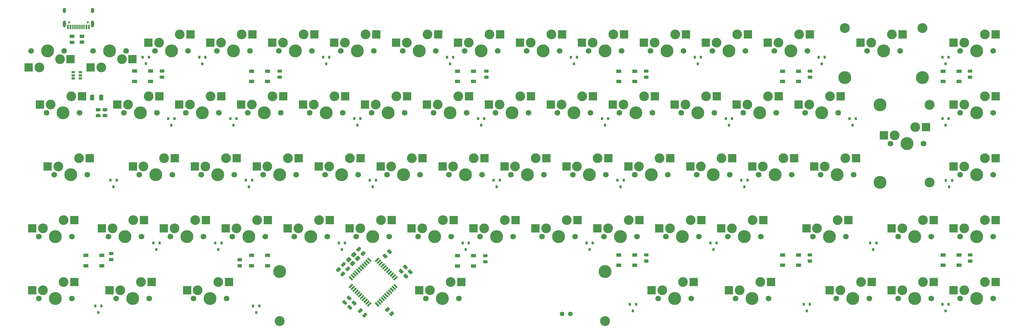
<source format=gbs>
%TF.GenerationSoftware,KiCad,Pcbnew,(5.1.6)-1*%
%TF.CreationDate,2021-08-22T23:35:52+02:00*%
%TF.ProjectId,67_E,36375f45-2e6b-4696-9361-645f70636258,rev?*%
%TF.SameCoordinates,Original*%
%TF.FileFunction,Soldermask,Bot*%
%TF.FilePolarity,Negative*%
%FSLAX46Y46*%
G04 Gerber Fmt 4.6, Leading zero omitted, Abs format (unit mm)*
G04 Created by KiCad (PCBNEW (5.1.6)-1) date 2021-08-22 23:35:52*
%MOMM*%
%LPD*%
G01*
G04 APERTURE LIST*
%ADD10C,1.400000*%
%ADD11R,2.550000X2.500000*%
%ADD12C,1.750000*%
%ADD13C,3.000000*%
%ADD14C,3.987800*%
%ADD15R,1.500000X1.000000*%
%ADD16C,3.048000*%
%ADD17R,0.800000X0.900000*%
%ADD18C,0.100000*%
%ADD19R,0.600000X1.450000*%
%ADD20R,0.300000X1.450000*%
%ADD21O,1.000000X2.100000*%
%ADD22C,0.650000*%
%ADD23O,1.000000X1.600000*%
%ADD24R,1.060000X0.650000*%
G04 APERTURE END LIST*
D10*
X228244400Y-169024300D03*
X225704400Y-169024300D03*
D11*
X80454500Y-121119900D03*
X67527500Y-123659900D03*
D12*
X79692500Y-126199900D03*
X69532500Y-126199900D03*
D13*
X70802500Y-123659900D03*
D14*
X74612500Y-126199900D03*
D13*
X77152500Y-121119900D03*
D11*
X130453130Y-82995770D03*
X117526130Y-85535770D03*
D12*
X129691130Y-88075770D03*
X119531130Y-88075770D03*
D13*
X120801130Y-85535770D03*
D14*
X124611130Y-88075770D03*
D13*
X127151130Y-82995770D03*
D15*
X94285900Y-97523100D03*
X94285900Y-94323100D03*
X99185900Y-97523100D03*
X99185900Y-94323100D03*
X130226900Y-97535800D03*
X130226900Y-94335800D03*
X135126900Y-97535800D03*
X135126900Y-94335800D03*
X193561800Y-97535800D03*
X193561800Y-94335800D03*
X198461800Y-97535800D03*
X198461800Y-94335800D03*
X243180700Y-97535800D03*
X243180700Y-94335800D03*
X248080700Y-97535800D03*
X248080700Y-94335800D03*
G36*
G01*
X201664250Y-152532500D02*
X202576750Y-152532500D01*
G75*
G02*
X202820500Y-152776250I0J-243750D01*
G01*
X202820500Y-153263750D01*
G75*
G02*
X202576750Y-153507500I-243750J0D01*
G01*
X201664250Y-153507500D01*
G75*
G02*
X201420500Y-153263750I0J243750D01*
G01*
X201420500Y-152776250D01*
G75*
G02*
X201664250Y-152532500I243750J0D01*
G01*
G37*
G36*
G01*
X201664250Y-150657500D02*
X202576750Y-150657500D01*
G75*
G02*
X202820500Y-150901250I0J-243750D01*
G01*
X202820500Y-151388750D01*
G75*
G02*
X202576750Y-151632500I-243750J0D01*
G01*
X201664250Y-151632500D01*
G75*
G02*
X201420500Y-151388750I0J243750D01*
G01*
X201420500Y-150901250D01*
G75*
G02*
X201664250Y-150657500I243750J0D01*
G01*
G37*
G36*
G01*
X350774950Y-152291200D02*
X351687450Y-152291200D01*
G75*
G02*
X351931200Y-152534950I0J-243750D01*
G01*
X351931200Y-153022450D01*
G75*
G02*
X351687450Y-153266200I-243750J0D01*
G01*
X350774950Y-153266200D01*
G75*
G02*
X350531200Y-153022450I0J243750D01*
G01*
X350531200Y-152534950D01*
G75*
G02*
X350774950Y-152291200I243750J0D01*
G01*
G37*
G36*
G01*
X350774950Y-150416200D02*
X351687450Y-150416200D01*
G75*
G02*
X351931200Y-150659950I0J-243750D01*
G01*
X351931200Y-151147450D01*
G75*
G02*
X351687450Y-151391200I-243750J0D01*
G01*
X350774950Y-151391200D01*
G75*
G02*
X350531200Y-151147450I0J243750D01*
G01*
X350531200Y-150659950D01*
G75*
G02*
X350774950Y-150416200I243750J0D01*
G01*
G37*
G36*
G01*
X301486250Y-152291200D02*
X302398750Y-152291200D01*
G75*
G02*
X302642500Y-152534950I0J-243750D01*
G01*
X302642500Y-153022450D01*
G75*
G02*
X302398750Y-153266200I-243750J0D01*
G01*
X301486250Y-153266200D01*
G75*
G02*
X301242500Y-153022450I0J243750D01*
G01*
X301242500Y-152534950D01*
G75*
G02*
X301486250Y-152291200I243750J0D01*
G01*
G37*
G36*
G01*
X301486250Y-150416200D02*
X302398750Y-150416200D01*
G75*
G02*
X302642500Y-150659950I0J-243750D01*
G01*
X302642500Y-151147450D01*
G75*
G02*
X302398750Y-151391200I-243750J0D01*
G01*
X301486250Y-151391200D01*
G75*
G02*
X301242500Y-151147450I0J243750D01*
G01*
X301242500Y-150659950D01*
G75*
G02*
X301486250Y-150416200I243750J0D01*
G01*
G37*
G36*
G01*
X251168850Y-152291200D02*
X252081350Y-152291200D01*
G75*
G02*
X252325100Y-152534950I0J-243750D01*
G01*
X252325100Y-153022450D01*
G75*
G02*
X252081350Y-153266200I-243750J0D01*
G01*
X251168850Y-153266200D01*
G75*
G02*
X250925100Y-153022450I0J243750D01*
G01*
X250925100Y-152534950D01*
G75*
G02*
X251168850Y-152291200I243750J0D01*
G01*
G37*
G36*
G01*
X251168850Y-150416200D02*
X252081350Y-150416200D01*
G75*
G02*
X252325100Y-150659950I0J-243750D01*
G01*
X252325100Y-151147450D01*
G75*
G02*
X252081350Y-151391200I-243750J0D01*
G01*
X251168850Y-151391200D01*
G75*
G02*
X250925100Y-151147450I0J243750D01*
G01*
X250925100Y-150659950D01*
G75*
G02*
X251168850Y-150416200I243750J0D01*
G01*
G37*
D14*
X312698130Y-96330770D03*
X336574130Y-96330770D03*
D16*
X312698130Y-81090770D03*
X336574130Y-81090770D03*
D11*
X330478130Y-82995770D03*
X317551130Y-85535770D03*
D12*
X329716130Y-88075770D03*
X319556130Y-88075770D03*
D13*
X320826130Y-85535770D03*
D14*
X324636130Y-88075770D03*
D13*
X327176130Y-82995770D03*
D15*
X293561600Y-97535800D03*
X293561600Y-94335800D03*
X298461600Y-97535800D03*
X298461600Y-94335800D03*
X342888400Y-97535800D03*
X342888400Y-94335800D03*
X347788400Y-97535800D03*
X347788400Y-94335800D03*
X347788400Y-150901600D03*
X347788400Y-154101600D03*
X342888400Y-150901600D03*
X342888400Y-154101600D03*
X298461600Y-150901600D03*
X298461600Y-154101600D03*
X293561600Y-150901600D03*
X293561600Y-154101600D03*
X248080700Y-150901600D03*
X248080700Y-154101600D03*
X243180700Y-150901600D03*
X243180700Y-154101600D03*
X198461800Y-151142900D03*
X198461800Y-154342900D03*
X193561800Y-151142900D03*
X193561800Y-154342900D03*
X135126900Y-151041300D03*
X135126900Y-154241300D03*
X130226900Y-151041300D03*
X130226900Y-154241300D03*
X84174500Y-151041300D03*
X84174500Y-154241300D03*
X79274500Y-151041300D03*
X79274500Y-154241300D03*
G36*
G01*
X126124650Y-153751700D02*
X127037150Y-153751700D01*
G75*
G02*
X127280900Y-153995450I0J-243750D01*
G01*
X127280900Y-154482950D01*
G75*
G02*
X127037150Y-154726700I-243750J0D01*
G01*
X126124650Y-154726700D01*
G75*
G02*
X125880900Y-154482950I0J243750D01*
G01*
X125880900Y-153995450D01*
G75*
G02*
X126124650Y-153751700I243750J0D01*
G01*
G37*
G36*
G01*
X126124650Y-151876700D02*
X127037150Y-151876700D01*
G75*
G02*
X127280900Y-152120450I0J-243750D01*
G01*
X127280900Y-152607950D01*
G75*
G02*
X127037150Y-152851700I-243750J0D01*
G01*
X126124650Y-152851700D01*
G75*
G02*
X125880900Y-152607950I0J243750D01*
G01*
X125880900Y-152120450D01*
G75*
G02*
X126124650Y-151876700I243750J0D01*
G01*
G37*
G36*
G01*
X103123050Y-94800000D02*
X102210550Y-94800000D01*
G75*
G02*
X101966800Y-94556250I0J243750D01*
G01*
X101966800Y-94068750D01*
G75*
G02*
X102210550Y-93825000I243750J0D01*
G01*
X103123050Y-93825000D01*
G75*
G02*
X103366800Y-94068750I0J-243750D01*
G01*
X103366800Y-94556250D01*
G75*
G02*
X103123050Y-94800000I-243750J0D01*
G01*
G37*
G36*
G01*
X103123050Y-96675000D02*
X102210550Y-96675000D01*
G75*
G02*
X101966800Y-96431250I0J243750D01*
G01*
X101966800Y-95943750D01*
G75*
G02*
X102210550Y-95700000I243750J0D01*
G01*
X103123050Y-95700000D01*
G75*
G02*
X103366800Y-95943750I0J-243750D01*
G01*
X103366800Y-96431250D01*
G75*
G02*
X103123050Y-96675000I-243750J0D01*
G01*
G37*
G36*
G01*
X86589550Y-151859400D02*
X87502050Y-151859400D01*
G75*
G02*
X87745800Y-152103150I0J-243750D01*
G01*
X87745800Y-152590650D01*
G75*
G02*
X87502050Y-152834400I-243750J0D01*
G01*
X86589550Y-152834400D01*
G75*
G02*
X86345800Y-152590650I0J243750D01*
G01*
X86345800Y-152103150D01*
G75*
G02*
X86589550Y-151859400I243750J0D01*
G01*
G37*
G36*
G01*
X86589550Y-149984400D02*
X87502050Y-149984400D01*
G75*
G02*
X87745800Y-150228150I0J-243750D01*
G01*
X87745800Y-150715650D01*
G75*
G02*
X87502050Y-150959400I-243750J0D01*
G01*
X86589550Y-150959400D01*
G75*
G02*
X86345800Y-150715650I0J243750D01*
G01*
X86345800Y-150228150D01*
G75*
G02*
X86589550Y-149984400I243750J0D01*
G01*
G37*
G36*
G01*
X252043250Y-94812700D02*
X251130750Y-94812700D01*
G75*
G02*
X250887000Y-94568950I0J243750D01*
G01*
X250887000Y-94081450D01*
G75*
G02*
X251130750Y-93837700I243750J0D01*
G01*
X252043250Y-93837700D01*
G75*
G02*
X252287000Y-94081450I0J-243750D01*
G01*
X252287000Y-94568950D01*
G75*
G02*
X252043250Y-94812700I-243750J0D01*
G01*
G37*
G36*
G01*
X252043250Y-96687700D02*
X251130750Y-96687700D01*
G75*
G02*
X250887000Y-96443950I0J243750D01*
G01*
X250887000Y-95956450D01*
G75*
G02*
X251130750Y-95712700I243750J0D01*
G01*
X252043250Y-95712700D01*
G75*
G02*
X252287000Y-95956450I0J-243750D01*
G01*
X252287000Y-96443950D01*
G75*
G02*
X252043250Y-96687700I-243750J0D01*
G01*
G37*
G36*
G01*
X139318050Y-94812700D02*
X138405550Y-94812700D01*
G75*
G02*
X138161800Y-94568950I0J243750D01*
G01*
X138161800Y-94081450D01*
G75*
G02*
X138405550Y-93837700I243750J0D01*
G01*
X139318050Y-93837700D01*
G75*
G02*
X139561800Y-94081450I0J-243750D01*
G01*
X139561800Y-94568950D01*
G75*
G02*
X139318050Y-94812700I-243750J0D01*
G01*
G37*
G36*
G01*
X139318050Y-96687700D02*
X138405550Y-96687700D01*
G75*
G02*
X138161800Y-96443950I0J243750D01*
G01*
X138161800Y-95956450D01*
G75*
G02*
X138405550Y-95712700I243750J0D01*
G01*
X139318050Y-95712700D01*
G75*
G02*
X139561800Y-95956450I0J-243750D01*
G01*
X139561800Y-96443950D01*
G75*
G02*
X139318050Y-96687700I-243750J0D01*
G01*
G37*
G36*
G01*
X202894250Y-94812700D02*
X201981750Y-94812700D01*
G75*
G02*
X201738000Y-94568950I0J243750D01*
G01*
X201738000Y-94081450D01*
G75*
G02*
X201981750Y-93837700I243750J0D01*
G01*
X202894250Y-93837700D01*
G75*
G02*
X203138000Y-94081450I0J-243750D01*
G01*
X203138000Y-94568950D01*
G75*
G02*
X202894250Y-94812700I-243750J0D01*
G01*
G37*
G36*
G01*
X202894250Y-96687700D02*
X201981750Y-96687700D01*
G75*
G02*
X201738000Y-96443950I0J243750D01*
G01*
X201738000Y-95956450D01*
G75*
G02*
X201981750Y-95712700I243750J0D01*
G01*
X202894250Y-95712700D01*
G75*
G02*
X203138000Y-95956450I0J-243750D01*
G01*
X203138000Y-96443950D01*
G75*
G02*
X202894250Y-96687700I-243750J0D01*
G01*
G37*
G36*
G01*
X302449550Y-94825400D02*
X301537050Y-94825400D01*
G75*
G02*
X301293300Y-94581650I0J243750D01*
G01*
X301293300Y-94094150D01*
G75*
G02*
X301537050Y-93850400I243750J0D01*
G01*
X302449550Y-93850400D01*
G75*
G02*
X302693300Y-94094150I0J-243750D01*
G01*
X302693300Y-94581650D01*
G75*
G02*
X302449550Y-94825400I-243750J0D01*
G01*
G37*
G36*
G01*
X302449550Y-96700400D02*
X301537050Y-96700400D01*
G75*
G02*
X301293300Y-96456650I0J243750D01*
G01*
X301293300Y-95969150D01*
G75*
G02*
X301537050Y-95725400I243750J0D01*
G01*
X302449550Y-95725400D01*
G75*
G02*
X302693300Y-95969150I0J-243750D01*
G01*
X302693300Y-96456650D01*
G75*
G02*
X302449550Y-96700400I-243750J0D01*
G01*
G37*
G36*
G01*
X351662050Y-94825400D02*
X350749550Y-94825400D01*
G75*
G02*
X350505800Y-94581650I0J243750D01*
G01*
X350505800Y-94094150D01*
G75*
G02*
X350749550Y-93850400I243750J0D01*
G01*
X351662050Y-93850400D01*
G75*
G02*
X351905800Y-94094150I0J-243750D01*
G01*
X351905800Y-94581650D01*
G75*
G02*
X351662050Y-94825400I-243750J0D01*
G01*
G37*
G36*
G01*
X351662050Y-96700400D02*
X350749550Y-96700400D01*
G75*
G02*
X350505800Y-96456650I0J243750D01*
G01*
X350505800Y-95969150D01*
G75*
G02*
X350749550Y-95725400I243750J0D01*
G01*
X351662050Y-95725400D01*
G75*
G02*
X351905800Y-95969150I0J-243750D01*
G01*
X351905800Y-96456650D01*
G75*
G02*
X351662050Y-96700400I-243750J0D01*
G01*
G37*
D11*
X359053130Y-82995770D03*
X346126130Y-85535770D03*
D12*
X358291130Y-88075770D03*
X348131130Y-88075770D03*
D13*
X349401130Y-85535770D03*
D14*
X353211130Y-88075770D03*
D13*
X355751130Y-82995770D03*
D11*
X201890630Y-121095770D03*
X188963630Y-123635770D03*
D12*
X201128630Y-126175770D03*
X190968630Y-126175770D03*
D13*
X192238630Y-123635770D03*
D14*
X196048630Y-126175770D03*
D13*
X198588630Y-121095770D03*
D11*
X173315630Y-140145770D03*
X160388630Y-142685770D03*
D12*
X172553630Y-145225770D03*
X162393630Y-145225770D03*
D13*
X163663630Y-142685770D03*
D14*
X167473630Y-145225770D03*
D13*
X170013630Y-140145770D03*
X74763630Y-102045770D03*
D14*
X72223630Y-107125770D03*
D13*
X68413630Y-104585770D03*
D12*
X67143630Y-107125770D03*
X77303630Y-107125770D03*
D11*
X65138630Y-104585770D03*
X78065630Y-102045770D03*
X244753130Y-82995770D03*
X231826130Y-85535770D03*
D12*
X243991130Y-88075770D03*
X233831130Y-88075770D03*
D13*
X235101130Y-85535770D03*
D14*
X238911130Y-88075770D03*
D13*
X241451130Y-82995770D03*
D11*
X359053130Y-159195770D03*
X346126130Y-161735770D03*
D12*
X358291130Y-164275770D03*
X348131130Y-164275770D03*
D13*
X349401130Y-161735770D03*
D14*
X353211130Y-164275770D03*
D13*
X355751130Y-159195770D03*
D11*
X340003130Y-159195770D03*
X327076130Y-161735770D03*
D12*
X339241130Y-164275770D03*
X329081130Y-164275770D03*
D13*
X330351130Y-161735770D03*
D14*
X334161130Y-164275770D03*
D13*
X336701130Y-159195770D03*
D11*
X320953130Y-159195770D03*
X308026130Y-161735770D03*
D12*
X320191130Y-164275770D03*
X310031130Y-164275770D03*
D13*
X311301130Y-161735770D03*
D14*
X315111130Y-164275770D03*
D13*
X317651130Y-159195770D03*
D11*
X289996880Y-159195770D03*
X277069880Y-161735770D03*
D12*
X289234880Y-164275770D03*
X279074880Y-164275770D03*
D13*
X280344880Y-161735770D03*
D14*
X284154880Y-164275770D03*
D13*
X286694880Y-159195770D03*
D11*
X266184380Y-159195770D03*
X253257380Y-161735770D03*
D12*
X265422380Y-164275770D03*
X255262380Y-164275770D03*
D13*
X256532380Y-161735770D03*
D14*
X260342380Y-164275770D03*
D13*
X262882380Y-159195770D03*
D14*
X138904980Y-156020770D03*
X238904780Y-156020770D03*
D16*
X138904980Y-171260770D03*
X238904780Y-171260770D03*
D11*
X194746880Y-159195770D03*
X181819880Y-161735770D03*
D12*
X193984880Y-164275770D03*
X183824880Y-164275770D03*
D13*
X185094880Y-161735770D03*
D14*
X188904880Y-164275770D03*
D13*
X191444880Y-159195770D03*
D11*
X123309380Y-159195770D03*
X110382380Y-161735770D03*
D12*
X122547380Y-164275770D03*
X112387380Y-164275770D03*
D13*
X113657380Y-161735770D03*
D14*
X117467380Y-164275770D03*
D13*
X120007380Y-159195770D03*
D11*
X99496880Y-159195770D03*
X86569880Y-161735770D03*
D12*
X98734880Y-164275770D03*
X88574880Y-164275770D03*
D13*
X89844880Y-161735770D03*
D14*
X93654880Y-164275770D03*
D13*
X96194880Y-159195770D03*
D11*
X75684380Y-159195770D03*
X62757380Y-161735770D03*
D12*
X74922380Y-164275770D03*
X64762380Y-164275770D03*
D13*
X66032380Y-161735770D03*
D14*
X69842380Y-164275770D03*
D13*
X72382380Y-159195770D03*
D11*
X359053130Y-140145770D03*
X346126130Y-142685770D03*
D12*
X358291130Y-145225770D03*
X348131130Y-145225770D03*
D13*
X349401130Y-142685770D03*
D14*
X353211130Y-145225770D03*
D13*
X355751130Y-140145770D03*
D11*
X340003130Y-140145770D03*
X327076130Y-142685770D03*
D12*
X339241130Y-145225770D03*
X329081130Y-145225770D03*
D13*
X330351130Y-142685770D03*
D14*
X334161130Y-145225770D03*
D13*
X336701130Y-140145770D03*
D11*
X313809380Y-140145770D03*
X300882380Y-142685770D03*
D12*
X313047380Y-145225770D03*
X302887380Y-145225770D03*
D13*
X304157380Y-142685770D03*
D14*
X307967380Y-145225770D03*
D13*
X310507380Y-140145770D03*
D11*
X287615630Y-140145770D03*
X274688630Y-142685770D03*
D12*
X286853630Y-145225770D03*
X276693630Y-145225770D03*
D13*
X277963630Y-142685770D03*
D14*
X281773630Y-145225770D03*
D13*
X284313630Y-140145770D03*
D11*
X268565630Y-140145770D03*
X255638630Y-142685770D03*
D12*
X267803630Y-145225770D03*
X257643630Y-145225770D03*
D13*
X258913630Y-142685770D03*
D14*
X262723630Y-145225770D03*
D13*
X265263630Y-140145770D03*
D11*
X249515630Y-140145770D03*
X236588630Y-142685770D03*
D12*
X248753630Y-145225770D03*
X238593630Y-145225770D03*
D13*
X239863630Y-142685770D03*
D14*
X243673630Y-145225770D03*
D13*
X246213630Y-140145770D03*
D11*
X230465630Y-140145770D03*
X217538630Y-142685770D03*
D12*
X229703630Y-145225770D03*
X219543630Y-145225770D03*
D13*
X220813630Y-142685770D03*
D14*
X224623630Y-145225770D03*
D13*
X227163630Y-140145770D03*
D11*
X211415630Y-140145770D03*
X198488630Y-142685770D03*
D12*
X210653630Y-145225770D03*
X200493630Y-145225770D03*
D13*
X201763630Y-142685770D03*
D14*
X205573630Y-145225770D03*
D13*
X208113630Y-140145770D03*
D11*
X192365630Y-140145770D03*
X179438630Y-142685770D03*
D12*
X191603630Y-145225770D03*
X181443630Y-145225770D03*
D13*
X182713630Y-142685770D03*
D14*
X186523630Y-145225770D03*
D13*
X189063630Y-140145770D03*
D11*
X154265630Y-140145770D03*
X141338630Y-142685770D03*
D12*
X153503630Y-145225770D03*
X143343630Y-145225770D03*
D13*
X144613630Y-142685770D03*
D14*
X148423630Y-145225770D03*
D13*
X150963630Y-140145770D03*
D11*
X135215630Y-140145770D03*
X122288630Y-142685770D03*
D12*
X134453630Y-145225770D03*
X124293630Y-145225770D03*
D13*
X125563630Y-142685770D03*
D14*
X129373630Y-145225770D03*
D13*
X131913630Y-140145770D03*
D11*
X116165630Y-140145770D03*
X103238630Y-142685770D03*
D12*
X115403630Y-145225770D03*
X105243630Y-145225770D03*
D13*
X106513630Y-142685770D03*
D14*
X110323630Y-145225770D03*
D13*
X112863630Y-140145770D03*
D11*
X97115630Y-140145770D03*
X84188630Y-142685770D03*
D12*
X96353630Y-145225770D03*
X86193630Y-145225770D03*
D13*
X87463630Y-142685770D03*
D14*
X91273630Y-145225770D03*
D13*
X93813630Y-140145770D03*
D11*
X75684380Y-140145770D03*
X62757380Y-142685770D03*
D12*
X74922380Y-145225770D03*
X64762380Y-145225770D03*
D13*
X66032380Y-142685770D03*
D14*
X69842380Y-145225770D03*
D13*
X72382380Y-140145770D03*
D11*
X359053130Y-121095770D03*
X346126130Y-123635770D03*
D12*
X358291130Y-126175770D03*
X348131130Y-126175770D03*
D13*
X349401130Y-123635770D03*
D14*
X353211130Y-126175770D03*
D13*
X355751130Y-121095770D03*
D11*
X297140630Y-121095770D03*
X284213630Y-123635770D03*
D12*
X296378630Y-126175770D03*
X286218630Y-126175770D03*
D13*
X287488630Y-123635770D03*
D14*
X291298630Y-126175770D03*
D13*
X293838630Y-121095770D03*
D11*
X278090630Y-121095770D03*
X265163630Y-123635770D03*
D12*
X277328630Y-126175770D03*
X267168630Y-126175770D03*
D13*
X268438630Y-123635770D03*
D14*
X272248630Y-126175770D03*
D13*
X274788630Y-121095770D03*
D11*
X259040630Y-121095770D03*
X246113630Y-123635770D03*
D12*
X258278630Y-126175770D03*
X248118630Y-126175770D03*
D13*
X249388630Y-123635770D03*
D14*
X253198630Y-126175770D03*
D13*
X255738630Y-121095770D03*
D11*
X239990630Y-121095770D03*
X227063630Y-123635770D03*
D12*
X239228630Y-126175770D03*
X229068630Y-126175770D03*
D13*
X230338630Y-123635770D03*
D14*
X234148630Y-126175770D03*
D13*
X236688630Y-121095770D03*
D11*
X220940630Y-121095770D03*
X208013630Y-123635770D03*
D12*
X220178630Y-126175770D03*
X210018630Y-126175770D03*
D13*
X211288630Y-123635770D03*
D14*
X215098630Y-126175770D03*
D13*
X217638630Y-121095770D03*
D11*
X182840630Y-121095770D03*
X169913630Y-123635770D03*
D12*
X182078630Y-126175770D03*
X171918630Y-126175770D03*
D13*
X173188630Y-123635770D03*
D14*
X176998630Y-126175770D03*
D13*
X179538630Y-121095770D03*
D11*
X163790630Y-121095770D03*
X150863630Y-123635770D03*
D12*
X163028630Y-126175770D03*
X152868630Y-126175770D03*
D13*
X154138630Y-123635770D03*
D14*
X157948630Y-126175770D03*
D13*
X160488630Y-121095770D03*
D11*
X144740630Y-121095770D03*
X131813630Y-123635770D03*
D12*
X143978630Y-126175770D03*
X133818630Y-126175770D03*
D13*
X135088630Y-123635770D03*
D14*
X138898630Y-126175770D03*
D13*
X141438630Y-121095770D03*
D11*
X125690630Y-121095770D03*
X112763630Y-123635770D03*
D12*
X124928630Y-126175770D03*
X114768630Y-126175770D03*
D13*
X116038630Y-123635770D03*
D14*
X119848630Y-126175770D03*
D13*
X122388630Y-121095770D03*
D11*
X106640630Y-121095770D03*
X93713630Y-123635770D03*
D12*
X105878630Y-126175770D03*
X95718630Y-126175770D03*
D13*
X96988630Y-123635770D03*
D14*
X100798630Y-126175770D03*
D13*
X103338630Y-121095770D03*
D11*
X337621880Y-111570770D03*
D13*
X327969880Y-114110770D03*
D11*
X324694880Y-114110770D03*
D13*
X334319880Y-111570770D03*
D14*
X331779880Y-116650770D03*
D12*
X326699880Y-116650770D03*
X336859880Y-116650770D03*
D16*
X338764880Y-128588770D03*
X338764880Y-104712770D03*
D14*
X323524880Y-128588770D03*
X323524880Y-104712770D03*
D11*
X359053130Y-102045770D03*
X346126130Y-104585770D03*
D12*
X358291130Y-107125770D03*
X348131130Y-107125770D03*
D13*
X349401130Y-104585770D03*
D14*
X353211130Y-107125770D03*
D13*
X355751130Y-102045770D03*
D11*
X311428130Y-102045770D03*
X298501130Y-104585770D03*
D12*
X310666130Y-107125770D03*
X300506130Y-107125770D03*
D13*
X301776130Y-104585770D03*
D14*
X305586130Y-107125770D03*
D13*
X308126130Y-102045770D03*
D11*
X292378130Y-102045770D03*
X279451130Y-104585770D03*
D12*
X291616130Y-107125770D03*
X281456130Y-107125770D03*
D13*
X282726130Y-104585770D03*
D14*
X286536130Y-107125770D03*
D13*
X289076130Y-102045770D03*
D11*
X273328130Y-102045770D03*
X260401130Y-104585770D03*
D12*
X272566130Y-107125770D03*
X262406130Y-107125770D03*
D13*
X263676130Y-104585770D03*
D14*
X267486130Y-107125770D03*
D13*
X270026130Y-102045770D03*
D11*
X254278130Y-102045770D03*
X241351130Y-104585770D03*
D12*
X253516130Y-107125770D03*
X243356130Y-107125770D03*
D13*
X244626130Y-104585770D03*
D14*
X248436130Y-107125770D03*
D13*
X250976130Y-102045770D03*
D11*
X235228130Y-102045770D03*
X222301130Y-104585770D03*
D12*
X234466130Y-107125770D03*
X224306130Y-107125770D03*
D13*
X225576130Y-104585770D03*
D14*
X229386130Y-107125770D03*
D13*
X231926130Y-102045770D03*
D11*
X216178130Y-102045770D03*
X203251130Y-104585770D03*
D12*
X215416130Y-107125770D03*
X205256130Y-107125770D03*
D13*
X206526130Y-104585770D03*
D14*
X210336130Y-107125770D03*
D13*
X212876130Y-102045770D03*
D11*
X197128130Y-102045770D03*
X184201130Y-104585770D03*
D12*
X196366130Y-107125770D03*
X186206130Y-107125770D03*
D13*
X187476130Y-104585770D03*
D14*
X191286130Y-107125770D03*
D13*
X193826130Y-102045770D03*
D11*
X178078130Y-102045770D03*
X165151130Y-104585770D03*
D12*
X177316130Y-107125770D03*
X167156130Y-107125770D03*
D13*
X168426130Y-104585770D03*
D14*
X172236130Y-107125770D03*
D13*
X174776130Y-102045770D03*
D11*
X159028130Y-102045770D03*
X146101130Y-104585770D03*
D12*
X158266130Y-107125770D03*
X148106130Y-107125770D03*
D13*
X149376130Y-104585770D03*
D14*
X153186130Y-107125770D03*
D13*
X155726130Y-102045770D03*
D11*
X139978130Y-102045770D03*
X127051130Y-104585770D03*
D12*
X139216130Y-107125770D03*
X129056130Y-107125770D03*
D13*
X130326130Y-104585770D03*
D14*
X134136130Y-107125770D03*
D13*
X136676130Y-102045770D03*
D11*
X120928130Y-102045770D03*
X108001130Y-104585770D03*
D12*
X120166130Y-107125770D03*
X110006130Y-107125770D03*
D13*
X111276130Y-104585770D03*
D14*
X115086130Y-107125770D03*
D13*
X117626130Y-102045770D03*
D11*
X101878130Y-102045770D03*
X88951130Y-104585770D03*
D12*
X101116130Y-107125770D03*
X90956130Y-107125770D03*
D13*
X92226130Y-104585770D03*
D14*
X96036130Y-107125770D03*
D13*
X98576130Y-102045770D03*
D11*
X316190630Y-121095770D03*
X303263630Y-123635770D03*
D12*
X315428630Y-126175770D03*
X305268630Y-126175770D03*
D13*
X306538630Y-123635770D03*
D14*
X310348630Y-126175770D03*
D13*
X312888630Y-121095770D03*
D11*
X301903130Y-82995770D03*
X288976130Y-85535770D03*
D12*
X301141130Y-88075770D03*
X290981130Y-88075770D03*
D13*
X292251130Y-85535770D03*
D14*
X296061130Y-88075770D03*
D13*
X298601130Y-82995770D03*
D11*
X282853130Y-82995770D03*
X269926130Y-85535770D03*
D12*
X282091130Y-88075770D03*
X271931130Y-88075770D03*
D13*
X273201130Y-85535770D03*
D14*
X277011130Y-88075770D03*
D13*
X279551130Y-82995770D03*
D11*
X263803130Y-82995770D03*
X250876130Y-85535770D03*
D12*
X263041130Y-88075770D03*
X252881130Y-88075770D03*
D13*
X254151130Y-85535770D03*
D14*
X257961130Y-88075770D03*
D13*
X260501130Y-82995770D03*
D11*
X225703130Y-82995770D03*
X212776130Y-85535770D03*
D12*
X224941130Y-88075770D03*
X214781130Y-88075770D03*
D13*
X216051130Y-85535770D03*
D14*
X219861130Y-88075770D03*
D13*
X222401130Y-82995770D03*
D11*
X206653130Y-82995770D03*
X193726130Y-85535770D03*
D12*
X205891130Y-88075770D03*
X195731130Y-88075770D03*
D13*
X197001130Y-85535770D03*
D14*
X200811130Y-88075770D03*
D13*
X203351130Y-82995770D03*
D11*
X187603130Y-82995770D03*
X174676130Y-85535770D03*
D12*
X186841130Y-88075770D03*
X176681130Y-88075770D03*
D13*
X177951130Y-85535770D03*
D14*
X181761130Y-88075770D03*
D13*
X184301130Y-82995770D03*
D11*
X168553130Y-82995770D03*
X155626130Y-85535770D03*
D12*
X167791130Y-88075770D03*
X157631130Y-88075770D03*
D13*
X158901130Y-85535770D03*
D14*
X162711130Y-88075770D03*
D13*
X165251130Y-82995770D03*
D11*
X149503130Y-82995770D03*
X136576130Y-85535770D03*
D12*
X148741130Y-88075770D03*
X138581130Y-88075770D03*
D13*
X139851130Y-85535770D03*
D14*
X143661130Y-88075770D03*
D13*
X146201130Y-82995770D03*
D11*
X111403130Y-82995770D03*
X98476130Y-85535770D03*
D12*
X110641130Y-88075770D03*
X100481130Y-88075770D03*
D13*
X101751130Y-85535770D03*
D14*
X105561130Y-88075770D03*
D13*
X108101130Y-82995770D03*
D11*
X80669130Y-93155770D03*
X93596130Y-90615770D03*
D12*
X81431130Y-88075770D03*
X91591130Y-88075770D03*
D13*
X90321130Y-90615770D03*
D14*
X86511130Y-88075770D03*
D13*
X83971130Y-93155770D03*
D11*
X61619130Y-93155770D03*
X74546130Y-90615770D03*
D12*
X62381130Y-88075770D03*
X72541130Y-88075770D03*
D13*
X71271130Y-90615770D03*
D14*
X67461130Y-88075770D03*
D13*
X64921130Y-93155770D03*
D17*
X130685500Y-166640000D03*
X132585500Y-166640000D03*
X131635500Y-168640000D03*
X342712000Y-108982000D03*
X344612000Y-108982000D03*
X343662000Y-110982000D03*
X96738400Y-90046300D03*
X98638400Y-90046300D03*
X97688400Y-92046300D03*
D18*
G36*
X168117298Y-165781060D02*
G01*
X168506206Y-165392152D01*
X169566866Y-166452812D01*
X169177958Y-166841720D01*
X168117298Y-165781060D01*
G37*
G36*
X168682983Y-165215374D02*
G01*
X169071891Y-164826466D01*
X170132551Y-165887126D01*
X169743643Y-166276034D01*
X168682983Y-165215374D01*
G37*
G36*
X169248668Y-164649689D02*
G01*
X169637576Y-164260781D01*
X170698236Y-165321441D01*
X170309328Y-165710349D01*
X169248668Y-164649689D01*
G37*
G36*
X169814354Y-164084004D02*
G01*
X170203262Y-163695096D01*
X171263922Y-164755756D01*
X170875014Y-165144664D01*
X169814354Y-164084004D01*
G37*
G36*
X170380039Y-163518318D02*
G01*
X170768947Y-163129410D01*
X171829607Y-164190070D01*
X171440699Y-164578978D01*
X170380039Y-163518318D01*
G37*
G36*
X170945725Y-162952633D02*
G01*
X171334633Y-162563725D01*
X172395293Y-163624385D01*
X172006385Y-164013293D01*
X170945725Y-162952633D01*
G37*
G36*
X171511410Y-162386947D02*
G01*
X171900318Y-161998039D01*
X172960978Y-163058699D01*
X172572070Y-163447607D01*
X171511410Y-162386947D01*
G37*
G36*
X172077096Y-161821262D02*
G01*
X172466004Y-161432354D01*
X173526664Y-162493014D01*
X173137756Y-162881922D01*
X172077096Y-161821262D01*
G37*
G36*
X172642781Y-161255576D02*
G01*
X173031689Y-160866668D01*
X174092349Y-161927328D01*
X173703441Y-162316236D01*
X172642781Y-161255576D01*
G37*
G36*
X173208466Y-160689891D02*
G01*
X173597374Y-160300983D01*
X174658034Y-161361643D01*
X174269126Y-161750551D01*
X173208466Y-160689891D01*
G37*
G36*
X173774152Y-160124206D02*
G01*
X174163060Y-159735298D01*
X175223720Y-160795958D01*
X174834812Y-161184866D01*
X173774152Y-160124206D01*
G37*
G36*
X174163060Y-158780702D02*
G01*
X173774152Y-158391794D01*
X174834812Y-157331134D01*
X175223720Y-157720042D01*
X174163060Y-158780702D01*
G37*
G36*
X173597374Y-158215017D02*
G01*
X173208466Y-157826109D01*
X174269126Y-156765449D01*
X174658034Y-157154357D01*
X173597374Y-158215017D01*
G37*
G36*
X173031689Y-157649332D02*
G01*
X172642781Y-157260424D01*
X173703441Y-156199764D01*
X174092349Y-156588672D01*
X173031689Y-157649332D01*
G37*
G36*
X172466004Y-157083646D02*
G01*
X172077096Y-156694738D01*
X173137756Y-155634078D01*
X173526664Y-156022986D01*
X172466004Y-157083646D01*
G37*
G36*
X171900318Y-156517961D02*
G01*
X171511410Y-156129053D01*
X172572070Y-155068393D01*
X172960978Y-155457301D01*
X171900318Y-156517961D01*
G37*
G36*
X171334633Y-155952275D02*
G01*
X170945725Y-155563367D01*
X172006385Y-154502707D01*
X172395293Y-154891615D01*
X171334633Y-155952275D01*
G37*
G36*
X170768947Y-155386590D02*
G01*
X170380039Y-154997682D01*
X171440699Y-153937022D01*
X171829607Y-154325930D01*
X170768947Y-155386590D01*
G37*
G36*
X170203262Y-154820904D02*
G01*
X169814354Y-154431996D01*
X170875014Y-153371336D01*
X171263922Y-153760244D01*
X170203262Y-154820904D01*
G37*
G36*
X169637576Y-154255219D02*
G01*
X169248668Y-153866311D01*
X170309328Y-152805651D01*
X170698236Y-153194559D01*
X169637576Y-154255219D01*
G37*
G36*
X169071891Y-153689534D02*
G01*
X168682983Y-153300626D01*
X169743643Y-152239966D01*
X170132551Y-152628874D01*
X169071891Y-153689534D01*
G37*
G36*
X168506206Y-153123848D02*
G01*
X168117298Y-152734940D01*
X169177958Y-151674280D01*
X169566866Y-152063188D01*
X168506206Y-153123848D01*
G37*
G36*
X165713134Y-152063188D02*
G01*
X166102042Y-151674280D01*
X167162702Y-152734940D01*
X166773794Y-153123848D01*
X165713134Y-152063188D01*
G37*
G36*
X165147449Y-152628874D02*
G01*
X165536357Y-152239966D01*
X166597017Y-153300626D01*
X166208109Y-153689534D01*
X165147449Y-152628874D01*
G37*
G36*
X164581764Y-153194559D02*
G01*
X164970672Y-152805651D01*
X166031332Y-153866311D01*
X165642424Y-154255219D01*
X164581764Y-153194559D01*
G37*
G36*
X164016078Y-153760244D02*
G01*
X164404986Y-153371336D01*
X165465646Y-154431996D01*
X165076738Y-154820904D01*
X164016078Y-153760244D01*
G37*
G36*
X163450393Y-154325930D02*
G01*
X163839301Y-153937022D01*
X164899961Y-154997682D01*
X164511053Y-155386590D01*
X163450393Y-154325930D01*
G37*
G36*
X162884707Y-154891615D02*
G01*
X163273615Y-154502707D01*
X164334275Y-155563367D01*
X163945367Y-155952275D01*
X162884707Y-154891615D01*
G37*
G36*
X162319022Y-155457301D02*
G01*
X162707930Y-155068393D01*
X163768590Y-156129053D01*
X163379682Y-156517961D01*
X162319022Y-155457301D01*
G37*
G36*
X161753336Y-156022986D02*
G01*
X162142244Y-155634078D01*
X163202904Y-156694738D01*
X162813996Y-157083646D01*
X161753336Y-156022986D01*
G37*
G36*
X161187651Y-156588672D02*
G01*
X161576559Y-156199764D01*
X162637219Y-157260424D01*
X162248311Y-157649332D01*
X161187651Y-156588672D01*
G37*
G36*
X160621966Y-157154357D02*
G01*
X161010874Y-156765449D01*
X162071534Y-157826109D01*
X161682626Y-158215017D01*
X160621966Y-157154357D01*
G37*
G36*
X160056280Y-157720042D02*
G01*
X160445188Y-157331134D01*
X161505848Y-158391794D01*
X161116940Y-158780702D01*
X160056280Y-157720042D01*
G37*
G36*
X160445188Y-161184866D02*
G01*
X160056280Y-160795958D01*
X161116940Y-159735298D01*
X161505848Y-160124206D01*
X160445188Y-161184866D01*
G37*
G36*
X161010874Y-161750551D02*
G01*
X160621966Y-161361643D01*
X161682626Y-160300983D01*
X162071534Y-160689891D01*
X161010874Y-161750551D01*
G37*
G36*
X161576559Y-162316236D02*
G01*
X161187651Y-161927328D01*
X162248311Y-160866668D01*
X162637219Y-161255576D01*
X161576559Y-162316236D01*
G37*
G36*
X162142244Y-162881922D02*
G01*
X161753336Y-162493014D01*
X162813996Y-161432354D01*
X163202904Y-161821262D01*
X162142244Y-162881922D01*
G37*
G36*
X162707930Y-163447607D02*
G01*
X162319022Y-163058699D01*
X163379682Y-161998039D01*
X163768590Y-162386947D01*
X162707930Y-163447607D01*
G37*
G36*
X163273615Y-164013293D02*
G01*
X162884707Y-163624385D01*
X163945367Y-162563725D01*
X164334275Y-162952633D01*
X163273615Y-164013293D01*
G37*
G36*
X163839301Y-164578978D02*
G01*
X163450393Y-164190070D01*
X164511053Y-163129410D01*
X164899961Y-163518318D01*
X163839301Y-164578978D01*
G37*
G36*
X164404986Y-165144664D02*
G01*
X164016078Y-164755756D01*
X165076738Y-163695096D01*
X165465646Y-164084004D01*
X164404986Y-165144664D01*
G37*
G36*
X164970672Y-165710349D02*
G01*
X164581764Y-165321441D01*
X165642424Y-164260781D01*
X166031332Y-164649689D01*
X164970672Y-165710349D01*
G37*
G36*
X165536357Y-166276034D02*
G01*
X165147449Y-165887126D01*
X166208109Y-164826466D01*
X166597017Y-165215374D01*
X165536357Y-166276034D01*
G37*
G36*
X166102042Y-166841720D02*
G01*
X165713134Y-166452812D01*
X166773794Y-165392152D01*
X167162702Y-165781060D01*
X166102042Y-166841720D01*
G37*
D17*
X342712000Y-166132000D03*
X344612000Y-166132000D03*
X343662000Y-168132000D03*
X300040000Y-166132000D03*
X301940000Y-166132000D03*
X300990000Y-168132000D03*
X246573000Y-166132000D03*
X248473000Y-166132000D03*
X247523000Y-168132000D03*
X82108000Y-166640000D03*
X84008000Y-166640000D03*
X83058000Y-168640000D03*
X320487000Y-147209000D03*
X322387000Y-147209000D03*
X321437000Y-149209000D03*
X271338000Y-147209000D03*
X273238000Y-147209000D03*
X272288000Y-149209000D03*
X233238000Y-147209000D03*
X235138000Y-147209000D03*
X234188000Y-149209000D03*
X195138000Y-147209000D03*
X197038000Y-147209000D03*
X196088000Y-149209000D03*
X157038000Y-147209000D03*
X158938000Y-147209000D03*
X157988000Y-149209000D03*
X119065000Y-147209000D03*
X120965000Y-147209000D03*
X120015000Y-149209000D03*
X100015000Y-147209000D03*
X101915000Y-147209000D03*
X100965000Y-149209000D03*
X343791500Y-127968500D03*
X345691500Y-127968500D03*
X344741500Y-129968500D03*
X280863000Y-127905000D03*
X282763000Y-127905000D03*
X281813000Y-129905000D03*
X242763000Y-127905000D03*
X244663000Y-127905000D03*
X243713000Y-129905000D03*
X204663000Y-127905000D03*
X206563000Y-127905000D03*
X205613000Y-129905000D03*
X166563000Y-127905000D03*
X168463000Y-127905000D03*
X167513000Y-129905000D03*
X128463000Y-127905000D03*
X130363000Y-127905000D03*
X129413000Y-129905000D03*
X86807000Y-127905000D03*
X88707000Y-127905000D03*
X87757000Y-129905000D03*
X314137000Y-108982000D03*
X316037000Y-108982000D03*
X315087000Y-110982000D03*
X276100500Y-108982000D03*
X278000500Y-108982000D03*
X277050500Y-110982000D03*
X238000500Y-108982000D03*
X239900500Y-108982000D03*
X238950500Y-110982000D03*
X199900500Y-108982000D03*
X201800500Y-108982000D03*
X200850500Y-110982000D03*
X161800500Y-108982000D03*
X163700500Y-108982000D03*
X162750500Y-110982000D03*
X123700500Y-108982000D03*
X125600500Y-108982000D03*
X124650500Y-110982000D03*
X104587000Y-108982000D03*
X106487000Y-108982000D03*
X105537000Y-110982000D03*
X342712000Y-90059000D03*
X344612000Y-90059000D03*
X343662000Y-92059000D03*
X304612000Y-90059000D03*
X306512000Y-90059000D03*
X305562000Y-92059000D03*
X266512000Y-90059000D03*
X268412000Y-90059000D03*
X267462000Y-92059000D03*
X228412000Y-90059000D03*
X230312000Y-90059000D03*
X229362000Y-92059000D03*
X190312000Y-90059000D03*
X192212000Y-90059000D03*
X191262000Y-92059000D03*
X152212000Y-90059000D03*
X154112000Y-90059000D03*
X153162000Y-92059000D03*
X114112000Y-90059000D03*
X116012000Y-90059000D03*
X115062000Y-92059000D03*
D18*
G36*
X162930069Y-151049984D02*
G01*
X163778597Y-151898512D01*
X162788647Y-152888462D01*
X161940119Y-152039934D01*
X162930069Y-151049984D01*
G37*
G36*
X161374434Y-152605619D02*
G01*
X162222962Y-153454147D01*
X161233012Y-154444097D01*
X160384484Y-153595569D01*
X161374434Y-152605619D01*
G37*
G36*
X160172353Y-151403538D02*
G01*
X161020881Y-152252066D01*
X160030931Y-153242016D01*
X159182403Y-152393488D01*
X160172353Y-151403538D01*
G37*
G36*
X161727988Y-149847903D02*
G01*
X162576516Y-150696431D01*
X161586566Y-151686381D01*
X160738038Y-150837853D01*
X161727988Y-149847903D01*
G37*
D19*
X80227240Y-80737760D03*
X79427240Y-80737760D03*
X74527240Y-80737760D03*
X73727240Y-80737760D03*
X73727240Y-80737760D03*
X74527240Y-80737760D03*
X79427240Y-80737760D03*
X80227240Y-80737760D03*
D20*
X75227240Y-80737760D03*
X75727240Y-80737760D03*
X76227240Y-80737760D03*
X77227240Y-80737760D03*
X77727240Y-80737760D03*
X78227240Y-80737760D03*
X78727240Y-80737760D03*
X76727240Y-80737760D03*
D21*
X81297240Y-79822760D03*
X72657240Y-79822760D03*
D22*
X74087240Y-79292760D03*
D23*
X72657240Y-75642760D03*
D22*
X79867240Y-79292760D03*
D23*
X81297240Y-75642760D03*
D24*
X75384300Y-96570800D03*
X75384300Y-95620800D03*
X75384300Y-94670800D03*
X77584300Y-94670800D03*
X77584300Y-96570800D03*
X77584300Y-95620800D03*
G36*
G01*
X173982327Y-169027928D02*
X173345927Y-169664326D01*
G75*
G02*
X172992377Y-169664326I-176775J176775D01*
G01*
X172621144Y-169293093D01*
G75*
G02*
X172621144Y-168939543I176775J176775D01*
G01*
X173257543Y-168303144D01*
G75*
G02*
X173611093Y-168303144I176775J-176775D01*
G01*
X173982326Y-168674377D01*
G75*
G02*
X173982326Y-169027927I-176775J-176775D01*
G01*
G37*
G36*
G01*
X172691857Y-167737458D02*
X172055457Y-168373856D01*
G75*
G02*
X171701907Y-168373856I-176775J176775D01*
G01*
X171330674Y-168002623D01*
G75*
G02*
X171330674Y-167649073I176775J176775D01*
G01*
X171967073Y-167012674D01*
G75*
G02*
X172320623Y-167012674I176775J-176775D01*
G01*
X172691856Y-167383907D01*
G75*
G02*
X172691856Y-167737457I-176775J-176775D01*
G01*
G37*
G36*
G01*
X177566422Y-153942020D02*
X178202820Y-154578420D01*
G75*
G02*
X178202820Y-154931970I-176775J-176775D01*
G01*
X177831587Y-155303203D01*
G75*
G02*
X177478037Y-155303203I-176775J176775D01*
G01*
X176841638Y-154666804D01*
G75*
G02*
X176841638Y-154313254I176775J176775D01*
G01*
X177212871Y-153942021D01*
G75*
G02*
X177566421Y-153942021I176775J-176775D01*
G01*
G37*
G36*
G01*
X176275952Y-155232490D02*
X176912350Y-155868890D01*
G75*
G02*
X176912350Y-156222440I-176775J-176775D01*
G01*
X176541117Y-156593673D01*
G75*
G02*
X176187567Y-156593673I-176775J176775D01*
G01*
X175551168Y-155957274D01*
G75*
G02*
X175551168Y-155603724I176775J176775D01*
G01*
X175922401Y-155232491D01*
G75*
G02*
X176275951Y-155232491I176775J-176775D01*
G01*
G37*
G36*
G01*
X82582598Y-105699500D02*
X83482602Y-105699500D01*
G75*
G02*
X83732600Y-105949498I0J-249998D01*
G01*
X83732600Y-106474502D01*
G75*
G02*
X83482602Y-106724500I-249998J0D01*
G01*
X82582598Y-106724500D01*
G75*
G02*
X82332600Y-106474502I0J249998D01*
G01*
X82332600Y-105949498D01*
G75*
G02*
X82582598Y-105699500I249998J0D01*
G01*
G37*
G36*
G01*
X82582598Y-107524500D02*
X83482602Y-107524500D01*
G75*
G02*
X83732600Y-107774498I0J-249998D01*
G01*
X83732600Y-108299502D01*
G75*
G02*
X83482602Y-108549500I-249998J0D01*
G01*
X82582598Y-108549500D01*
G75*
G02*
X82332600Y-108299502I0J249998D01*
G01*
X82332600Y-107774498D01*
G75*
G02*
X82582598Y-107524500I249998J0D01*
G01*
G37*
G36*
G01*
X84678098Y-105699500D02*
X85578102Y-105699500D01*
G75*
G02*
X85828100Y-105949498I0J-249998D01*
G01*
X85828100Y-106474502D01*
G75*
G02*
X85578102Y-106724500I-249998J0D01*
G01*
X84678098Y-106724500D01*
G75*
G02*
X84428100Y-106474502I0J249998D01*
G01*
X84428100Y-105949498D01*
G75*
G02*
X84678098Y-105699500I249998J0D01*
G01*
G37*
G36*
G01*
X84678098Y-107524500D02*
X85578102Y-107524500D01*
G75*
G02*
X85828100Y-107774498I0J-249998D01*
G01*
X85828100Y-108299502D01*
G75*
G02*
X85578102Y-108549500I-249998J0D01*
G01*
X84678098Y-108549500D01*
G75*
G02*
X84428100Y-108299502I0J249998D01*
G01*
X84428100Y-107774498D01*
G75*
G02*
X84678098Y-107524500I249998J0D01*
G01*
G37*
G36*
G01*
X78491502Y-85943500D02*
X77591498Y-85943500D01*
G75*
G02*
X77341500Y-85693502I0J249998D01*
G01*
X77341500Y-85168498D01*
G75*
G02*
X77591498Y-84918500I249998J0D01*
G01*
X78491502Y-84918500D01*
G75*
G02*
X78741500Y-85168498I0J-249998D01*
G01*
X78741500Y-85693502D01*
G75*
G02*
X78491502Y-85943500I-249998J0D01*
G01*
G37*
G36*
G01*
X78491502Y-84118500D02*
X77591498Y-84118500D01*
G75*
G02*
X77341500Y-83868502I0J249998D01*
G01*
X77341500Y-83343498D01*
G75*
G02*
X77591498Y-83093500I249998J0D01*
G01*
X78491502Y-83093500D01*
G75*
G02*
X78741500Y-83343498I0J-249998D01*
G01*
X78741500Y-83868502D01*
G75*
G02*
X78491502Y-84118500I-249998J0D01*
G01*
G37*
G36*
G01*
X75443502Y-85979700D02*
X74543498Y-85979700D01*
G75*
G02*
X74293500Y-85729702I0J249998D01*
G01*
X74293500Y-85204698D01*
G75*
G02*
X74543498Y-84954700I249998J0D01*
G01*
X75443502Y-84954700D01*
G75*
G02*
X75693500Y-85204698I0J-249998D01*
G01*
X75693500Y-85729702D01*
G75*
G02*
X75443502Y-85979700I-249998J0D01*
G01*
G37*
G36*
G01*
X75443502Y-84154700D02*
X74543498Y-84154700D01*
G75*
G02*
X74293500Y-83904702I0J249998D01*
G01*
X74293500Y-83379698D01*
G75*
G02*
X74543498Y-83129700I249998J0D01*
G01*
X75443502Y-83129700D01*
G75*
G02*
X75693500Y-83379698I0J-249998D01*
G01*
X75693500Y-83904702D01*
G75*
G02*
X75443502Y-84154700I-249998J0D01*
G01*
G37*
G36*
G01*
X80566100Y-103101300D02*
X80566100Y-101851300D01*
G75*
G02*
X80816100Y-101601300I250000J0D01*
G01*
X81566100Y-101601300D01*
G75*
G02*
X81816100Y-101851300I0J-250000D01*
G01*
X81816100Y-103101300D01*
G75*
G02*
X81566100Y-103351300I-250000J0D01*
G01*
X80816100Y-103351300D01*
G75*
G02*
X80566100Y-103101300I0J250000D01*
G01*
G37*
G36*
G01*
X83366100Y-103101300D02*
X83366100Y-101851300D01*
G75*
G02*
X83616100Y-101601300I250000J0D01*
G01*
X84366100Y-101601300D01*
G75*
G02*
X84616100Y-101851300I0J-250000D01*
G01*
X84616100Y-103101300D01*
G75*
G02*
X84366100Y-103351300I-250000J0D01*
G01*
X83616100Y-103351300D01*
G75*
G02*
X83366100Y-103101300I0J250000D01*
G01*
G37*
G36*
G01*
X157769820Y-153806071D02*
X158441571Y-153134320D01*
G75*
G02*
X158795125Y-153134320I176777J-176777D01*
G01*
X159148678Y-153487873D01*
G75*
G02*
X159148678Y-153841427I-176777J-176777D01*
G01*
X158476927Y-154513178D01*
G75*
G02*
X158123373Y-154513178I-176777J176777D01*
G01*
X157769820Y-154159625D01*
G75*
G02*
X157769820Y-153806071I176777J176777D01*
G01*
G37*
G36*
G01*
X159113322Y-155149573D02*
X159785073Y-154477822D01*
G75*
G02*
X160138627Y-154477822I176777J-176777D01*
G01*
X160492180Y-154831375D01*
G75*
G02*
X160492180Y-155184929I-176777J-176777D01*
G01*
X159820429Y-155856680D01*
G75*
G02*
X159466875Y-155856680I-176777J176777D01*
G01*
X159113322Y-155503127D01*
G75*
G02*
X159113322Y-155149573I176777J176777D01*
G01*
G37*
G36*
G01*
X165191180Y-150485929D02*
X164519429Y-151157680D01*
G75*
G02*
X164165875Y-151157680I-176777J176777D01*
G01*
X163812322Y-150804127D01*
G75*
G02*
X163812322Y-150450573I176777J176777D01*
G01*
X164484073Y-149778822D01*
G75*
G02*
X164837627Y-149778822I176777J-176777D01*
G01*
X165191180Y-150132375D01*
G75*
G02*
X165191180Y-150485929I-176777J-176777D01*
G01*
G37*
G36*
G01*
X163847678Y-149142427D02*
X163175927Y-149814178D01*
G75*
G02*
X162822373Y-149814178I-176777J176777D01*
G01*
X162468820Y-149460625D01*
G75*
G02*
X162468820Y-149107071I176777J176777D01*
G01*
X163140571Y-148435320D01*
G75*
G02*
X163494125Y-148435320I176777J-176777D01*
G01*
X163847678Y-148788873D01*
G75*
G02*
X163847678Y-149142427I-176777J-176777D01*
G01*
G37*
G36*
G01*
X161788929Y-165008820D02*
X162460680Y-165680571D01*
G75*
G02*
X162460680Y-166034125I-176777J-176777D01*
G01*
X162107127Y-166387678D01*
G75*
G02*
X161753573Y-166387678I-176777J176777D01*
G01*
X161081822Y-165715927D01*
G75*
G02*
X161081822Y-165362373I176777J176777D01*
G01*
X161435375Y-165008820D01*
G75*
G02*
X161788929Y-165008820I176777J-176777D01*
G01*
G37*
G36*
G01*
X160445427Y-166352322D02*
X161117178Y-167024073D01*
G75*
G02*
X161117178Y-167377627I-176777J-176777D01*
G01*
X160763625Y-167731180D01*
G75*
G02*
X160410071Y-167731180I-176777J176777D01*
G01*
X159738320Y-167059429D01*
G75*
G02*
X159738320Y-166705875I176777J176777D01*
G01*
X160091873Y-166352322D01*
G75*
G02*
X160445427Y-166352322I176777J-176777D01*
G01*
G37*
G36*
G01*
X160228178Y-163458071D02*
X160899929Y-164129822D01*
G75*
G02*
X160899929Y-164483376I-176777J-176777D01*
G01*
X160546376Y-164836929D01*
G75*
G02*
X160192822Y-164836929I-176777J176777D01*
G01*
X159521071Y-164165178D01*
G75*
G02*
X159521071Y-163811624I176777J176777D01*
G01*
X159874624Y-163458071D01*
G75*
G02*
X160228178Y-163458071I176777J-176777D01*
G01*
G37*
G36*
G01*
X158884676Y-164801573D02*
X159556427Y-165473324D01*
G75*
G02*
X159556427Y-165826878I-176777J-176777D01*
G01*
X159202874Y-166180431D01*
G75*
G02*
X158849320Y-166180431I-176777J176777D01*
G01*
X158177569Y-165508680D01*
G75*
G02*
X158177569Y-165155126I176777J176777D01*
G01*
X158531122Y-164801573D01*
G75*
G02*
X158884676Y-164801573I176777J-176777D01*
G01*
G37*
G36*
G01*
X177669307Y-158110770D02*
X176997556Y-157439019D01*
G75*
G02*
X176997556Y-157085465I176777J176777D01*
G01*
X177351109Y-156731912D01*
G75*
G02*
X177704663Y-156731912I176777J-176777D01*
G01*
X178376414Y-157403663D01*
G75*
G02*
X178376414Y-157757217I-176777J-176777D01*
G01*
X178022861Y-158110770D01*
G75*
G02*
X177669307Y-158110770I-176777J176777D01*
G01*
G37*
G36*
G01*
X179012809Y-156767268D02*
X178341058Y-156095517D01*
G75*
G02*
X178341058Y-155741963I176777J176777D01*
G01*
X178694611Y-155388410D01*
G75*
G02*
X179048165Y-155388410I176777J-176777D01*
G01*
X179719916Y-156060161D01*
G75*
G02*
X179719916Y-156413715I-176777J-176777D01*
G01*
X179366363Y-156767268D01*
G75*
G02*
X179012809Y-156767268I-176777J176777D01*
G01*
G37*
G36*
G01*
X171268571Y-151919680D02*
X170596820Y-151247929D01*
G75*
G02*
X170596820Y-150894375I176777J176777D01*
G01*
X170950373Y-150540822D01*
G75*
G02*
X171303927Y-150540822I176777J-176777D01*
G01*
X171975678Y-151212573D01*
G75*
G02*
X171975678Y-151566127I-176777J-176777D01*
G01*
X171622125Y-151919680D01*
G75*
G02*
X171268571Y-151919680I-176777J176777D01*
G01*
G37*
G36*
G01*
X172612073Y-150576178D02*
X171940322Y-149904427D01*
G75*
G02*
X171940322Y-149550873I176777J176777D01*
G01*
X172293875Y-149197320D01*
G75*
G02*
X172647429Y-149197320I176777J-176777D01*
G01*
X173319180Y-149869071D01*
G75*
G02*
X173319180Y-150222625I-176777J-176777D01*
G01*
X172965627Y-150576178D01*
G75*
G02*
X172612073Y-150576178I-176777J176777D01*
G01*
G37*
G36*
G01*
X157624678Y-155428926D02*
X156952927Y-156100677D01*
G75*
G02*
X156599373Y-156100677I-176777J176777D01*
G01*
X156245820Y-155747124D01*
G75*
G02*
X156245820Y-155393570I176777J176777D01*
G01*
X156917571Y-154721819D01*
G75*
G02*
X157271125Y-154721819I176777J-176777D01*
G01*
X157624678Y-155075372D01*
G75*
G02*
X157624678Y-155428926I-176777J-176777D01*
G01*
G37*
G36*
G01*
X158968180Y-156772428D02*
X158296429Y-157444179D01*
G75*
G02*
X157942875Y-157444179I-176777J176777D01*
G01*
X157589322Y-157090626D01*
G75*
G02*
X157589322Y-156737072I176777J176777D01*
G01*
X158261073Y-156065321D01*
G75*
G02*
X158614627Y-156065321I176777J-176777D01*
G01*
X158968180Y-156418874D01*
G75*
G02*
X158968180Y-156772428I-176777J-176777D01*
G01*
G37*
G36*
G01*
X162976820Y-168030071D02*
X163648571Y-167358320D01*
G75*
G02*
X164002125Y-167358320I176777J-176777D01*
G01*
X164355678Y-167711873D01*
G75*
G02*
X164355678Y-168065427I-176777J-176777D01*
G01*
X163683927Y-168737178D01*
G75*
G02*
X163330373Y-168737178I-176777J176777D01*
G01*
X162976820Y-168383625D01*
G75*
G02*
X162976820Y-168030071I176777J176777D01*
G01*
G37*
G36*
G01*
X164320322Y-169373573D02*
X164992073Y-168701822D01*
G75*
G02*
X165345627Y-168701822I176777J-176777D01*
G01*
X165699180Y-169055375D01*
G75*
G02*
X165699180Y-169408929I-176777J-176777D01*
G01*
X165027429Y-170080680D01*
G75*
G02*
X164673875Y-170080680I-176777J176777D01*
G01*
X164320322Y-169727127D01*
G75*
G02*
X164320322Y-169373573I176777J176777D01*
G01*
G37*
M02*

</source>
